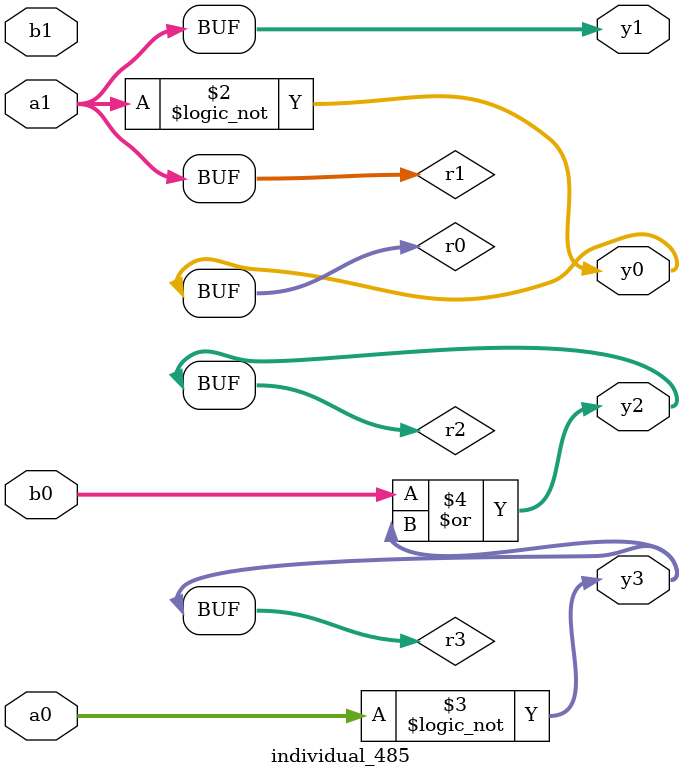
<source format=sv>
module individual_485(input logic [15:0] a1, input logic [15:0] a0, input logic [15:0] b1, input logic [15:0] b0, output logic [15:0] y3, output logic [15:0] y2, output logic [15:0] y1, output logic [15:0] y0);
logic [15:0] r0, r1, r2, r3; 
 always@(*) begin 
	 r0 = a0; r1 = a1; r2 = b0; r3 = b1; 
 	 r0 = ! a1 ;
 	 r3 = ! a0 ;
 	 r2  |=  r3 ;
 	 y3 = r3; y2 = r2; y1 = r1; y0 = r0; 
end
endmodule
</source>
